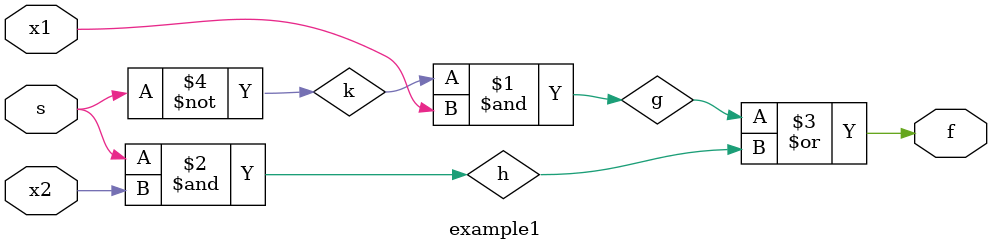
<source format=v>
module example1 (x1, x2, s, f);
	input x1, x2, s;
	output f;

	not (k, s);
	and (g, k, x1);
	and (h, s, x2);
	or (f, g, h);

endmodule
</source>
